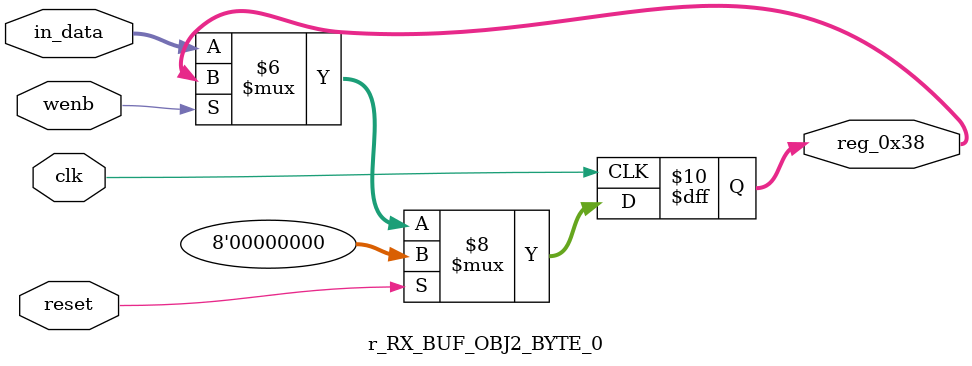
<source format=v>
module r_RX_BUF_OBJ2_BYTE_0(output reg [7:0] reg_0x38, input wire reset, input wire wenb, input wire [7:0] in_data, input wire clk);
	always@(posedge clk)
	begin
		if(reset==0) begin
			if(wenb==0)
				reg_0x38<=in_data;
			else
				reg_0x38<=reg_0x38;
		end
		else
			reg_0x38<=8'h00;
	end
endmodule
</source>
